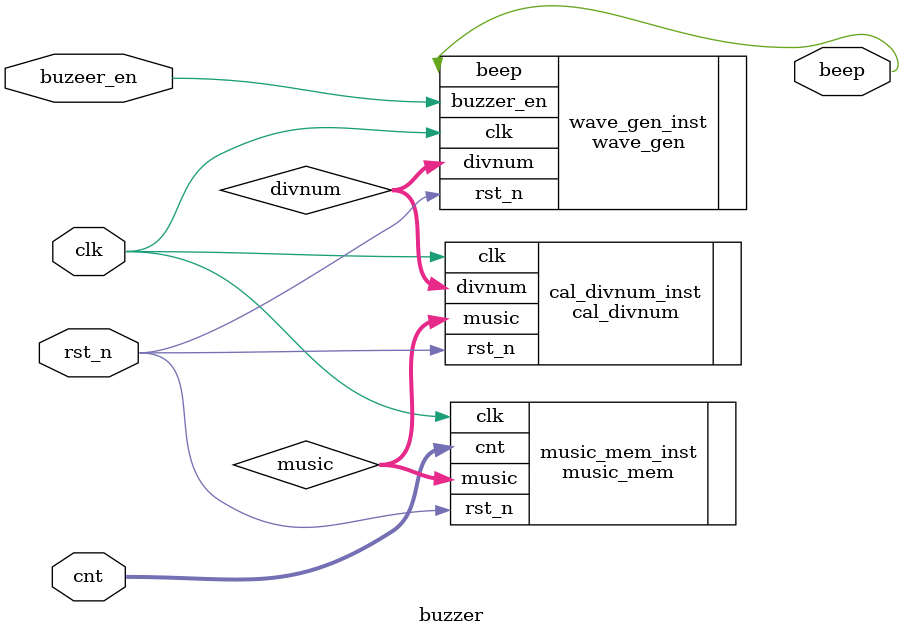
<source format=v>
`timescale 1ns / 1ps


module buzzer(
    input   wire              clk,
    input   wire              rst_n,
    input   wire  [5:0]       cnt,
    input                 buzeer_en,
    output  wire              beep
);
//      wire          [5:0]       cnt;
    wire          [4:0]       music;
    wire          [31:0]      divnum;

//      speed_ctrl speed_ctrl_inst(
//          .clk                  (clk),
//          .rst_n                (rst_n),
//          .cnt                  (cnt)
//        );
//      if(buzzer_en == 1'b1)begin
    music_mem music_mem_inst(
        .clk                  (clk),
        .rst_n                (rst_n),
        .cnt                  (cnt),
        .music                (music)
    );

    cal_divnum cal_divnum_inst(

        .clk                  (clk),
        .rst_n                (rst_n),
        .music                (music),
        .divnum               (divnum)
    );
    wave_gen wave_gen_inst(
        .buzzer_en            (buzeer_en),
        .clk                  (clk),
        .rst_n                (rst_n),
        .divnum               (divnum),
        .beep                 (beep)
    );
//        end
endmodule

</source>
